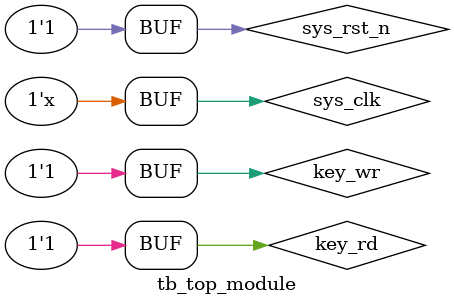
<source format=v>
`timescale 1ns / 1ps


module tb_top_module;

	// Inputs
	reg sys_clk;
	reg sys_rst_n;
	reg key_wr;
	reg key_rd;

	// Outputs
	wire [5:0] sel;
	wire [7:0] seg;
	wire scl;

	// Bidirs
	wire sda;

	// Instantiate the Unit Under Test (UUT)
	top_module uut (
		.sys_clk(sys_clk), 
		.sys_rst_n(sys_rst_n), 
		.key_wr(key_wr), 
		.key_rd(key_rd), 
		.sel(sel), 
		.seg(seg), 
		.scl(scl), 
		.sda(sda)
	);

	initial begin
		// Initialize Inputs
		sys_clk = 1'b1;
		sys_rst_n <= 1'b0;
		key_wr <= 1'b1;
		key_rd <= 1'b1;

		// Wait 100 ns for global reset to finish
		#200;
        sys_rst_n <= 1'b1;
		// Add stimulus here
		#1000;
		key_wr <= 1'b0;
		key_rd <= 1'b1;
		#400;
		key_wr <= 1'b1;
		key_rd <= 1'b1;
	end

	always #10 sys_clk = ~sys_clk;

	defparam uut.key_wr_filter_inst.CNT_max = 5;
	defparam uut.key_rd_filter_inst.CNT_max = 5;

	M24LC64 M24lc64_inst (
		.A0(1'b0),
		.A1(1'b0),
		.A2(1'b0),
		.WP(1'b0),
		.RESET(~sys_rst_n),
		.SDA(sda),
		.SCL(scl)
	);  
endmodule


</source>
